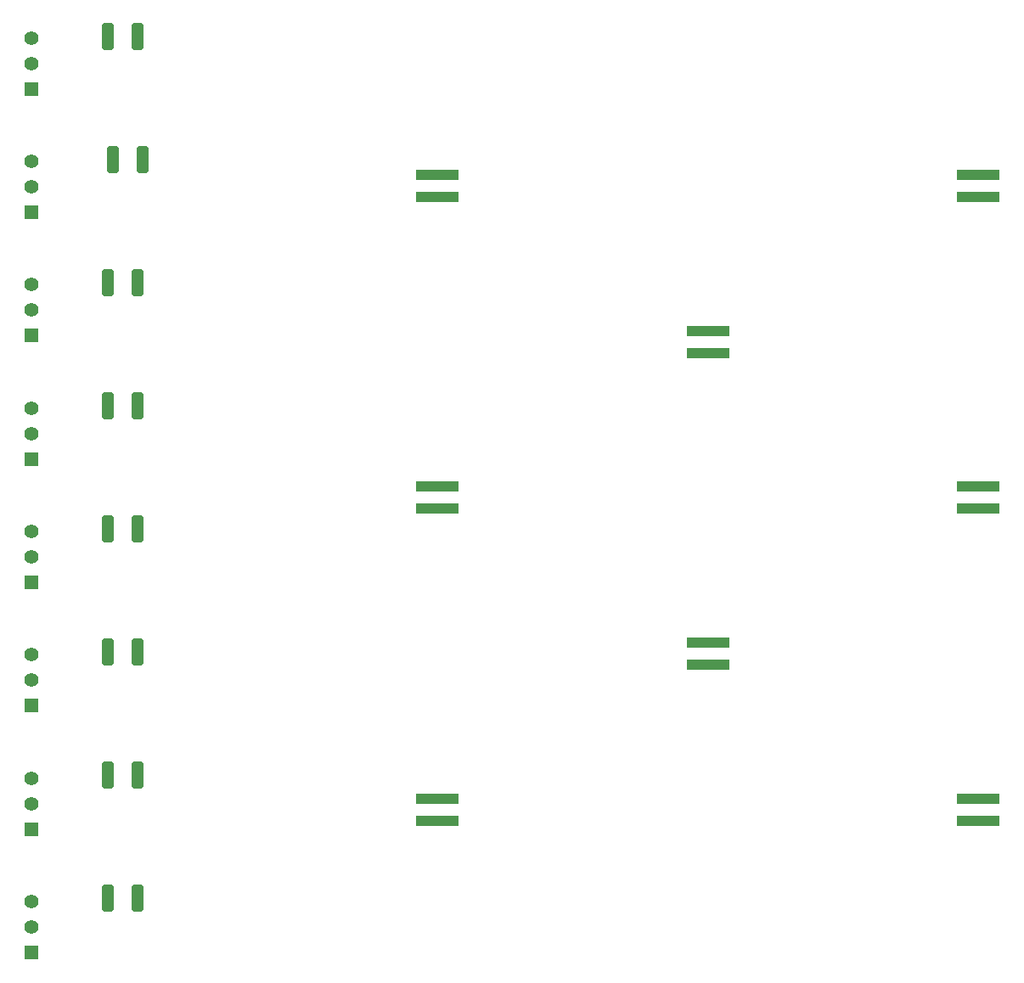
<source format=gbr>
%TF.GenerationSoftware,KiCad,Pcbnew,(6.0.8-1)-1*%
%TF.CreationDate,2022-10-04T15:12:49-04:00*%
%TF.ProjectId,Untitled,556e7469-746c-4656-942e-6b696361645f,rev?*%
%TF.SameCoordinates,Original*%
%TF.FileFunction,Soldermask,Top*%
%TF.FilePolarity,Negative*%
%FSLAX46Y46*%
G04 Gerber Fmt 4.6, Leading zero omitted, Abs format (unit mm)*
G04 Created by KiCad (PCBNEW (6.0.8-1)-1) date 2022-10-04 15:12:49*
%MOMM*%
%LPD*%
G01*
G04 APERTURE LIST*
G04 Aperture macros list*
%AMRoundRect*
0 Rectangle with rounded corners*
0 $1 Rounding radius*
0 $2 $3 $4 $5 $6 $7 $8 $9 X,Y pos of 4 corners*
0 Add a 4 corners polygon primitive as box body*
4,1,4,$2,$3,$4,$5,$6,$7,$8,$9,$2,$3,0*
0 Add four circle primitives for the rounded corners*
1,1,$1+$1,$2,$3*
1,1,$1+$1,$4,$5*
1,1,$1+$1,$6,$7*
1,1,$1+$1,$8,$9*
0 Add four rect primitives between the rounded corners*
20,1,$1+$1,$2,$3,$4,$5,0*
20,1,$1+$1,$4,$5,$6,$7,0*
20,1,$1+$1,$6,$7,$8,$9,0*
20,1,$1+$1,$8,$9,$2,$3,0*%
G04 Aperture macros list end*
%ADD10RoundRect,0.250000X-0.325000X-1.100000X0.325000X-1.100000X0.325000X1.100000X-0.325000X1.100000X0*%
%ADD11R,1.397000X1.397000*%
%ADD12C,1.397000*%
%ADD13R,4.300000X1.100000*%
G04 APERTURE END LIST*
D10*
%TO.C,REF\u002A\u002A*%
X66885000Y-121030000D03*
X69835000Y-121030000D03*
%TD*%
%TO.C,REF\u002A\u002A*%
X69835000Y-108764284D03*
X66885000Y-108764284D03*
%TD*%
%TO.C,REF\u002A\u002A*%
X69835000Y-96498570D03*
X66885000Y-96498570D03*
%TD*%
%TO.C,REF\u002A\u002A*%
X69835000Y-84232856D03*
X66885000Y-84232856D03*
%TD*%
%TO.C,REF\u002A\u002A*%
X69835000Y-71967142D03*
X66885000Y-71967142D03*
%TD*%
%TO.C,REF\u002A\u002A*%
X69835000Y-59701428D03*
X66885000Y-59701428D03*
%TD*%
%TO.C,REF\u002A\u002A*%
X67395000Y-47435714D03*
X70345000Y-47435714D03*
%TD*%
%TO.C,REF\u002A\u002A*%
X69835000Y-35170000D03*
X66885000Y-35170000D03*
%TD*%
D11*
%TO.C,REF\u002A\u002A*%
X59270100Y-114190358D03*
D12*
X59270100Y-111650358D03*
X59270100Y-109110358D03*
%TD*%
D11*
%TO.C,REF\u002A\u002A*%
X59270100Y-77268932D03*
D12*
X59270100Y-74728932D03*
X59270100Y-72188932D03*
%TD*%
D11*
%TO.C,REF\u002A\u002A*%
X59270100Y-52654648D03*
D12*
X59270100Y-50114648D03*
X59270100Y-47574648D03*
%TD*%
D11*
%TO.C,REF\u002A\u002A*%
X59270100Y-40347506D03*
D12*
X59270100Y-37807506D03*
X59270100Y-35267506D03*
%TD*%
D11*
%TO.C,REF\u002A\u002A*%
X59270100Y-89576074D03*
D12*
X59270100Y-87036074D03*
X59270100Y-84496074D03*
%TD*%
D11*
%TO.C,REF\u002A\u002A*%
X59270100Y-101883216D03*
D12*
X59270100Y-99343216D03*
X59270100Y-96803216D03*
%TD*%
D11*
%TO.C,REF\u002A\u002A*%
X59270100Y-64961790D03*
D12*
X59270100Y-62421790D03*
X59270100Y-59881790D03*
%TD*%
D11*
%TO.C,REF\u002A\u002A*%
X59270100Y-126497500D03*
D12*
X59270100Y-123957500D03*
X59270100Y-121417500D03*
%TD*%
D13*
%TO.C,REF\u002A\u002A*%
X153680000Y-113370000D03*
X153680000Y-111170000D03*
%TD*%
%TO.C,REF\u002A\u002A*%
X99750000Y-111170000D03*
X99750000Y-113370000D03*
%TD*%
%TO.C,REF\u002A\u002A*%
X153680000Y-80040000D03*
X153680000Y-82240000D03*
%TD*%
%TO.C,REF\u002A\u002A*%
X126720000Y-95600000D03*
X126720000Y-97800000D03*
%TD*%
%TO.C,REF\u002A\u002A*%
X99750000Y-80040000D03*
X99750000Y-82240000D03*
%TD*%
%TO.C,REF\u002A\u002A*%
X126720000Y-66670000D03*
X126720000Y-64470000D03*
%TD*%
%TO.C,REF\u002A\u002A*%
X153680000Y-48900000D03*
X153680000Y-51100000D03*
%TD*%
%TO.C,REF\u002A\u002A*%
X99750000Y-51100000D03*
X99750000Y-48900000D03*
%TD*%
M02*

</source>
